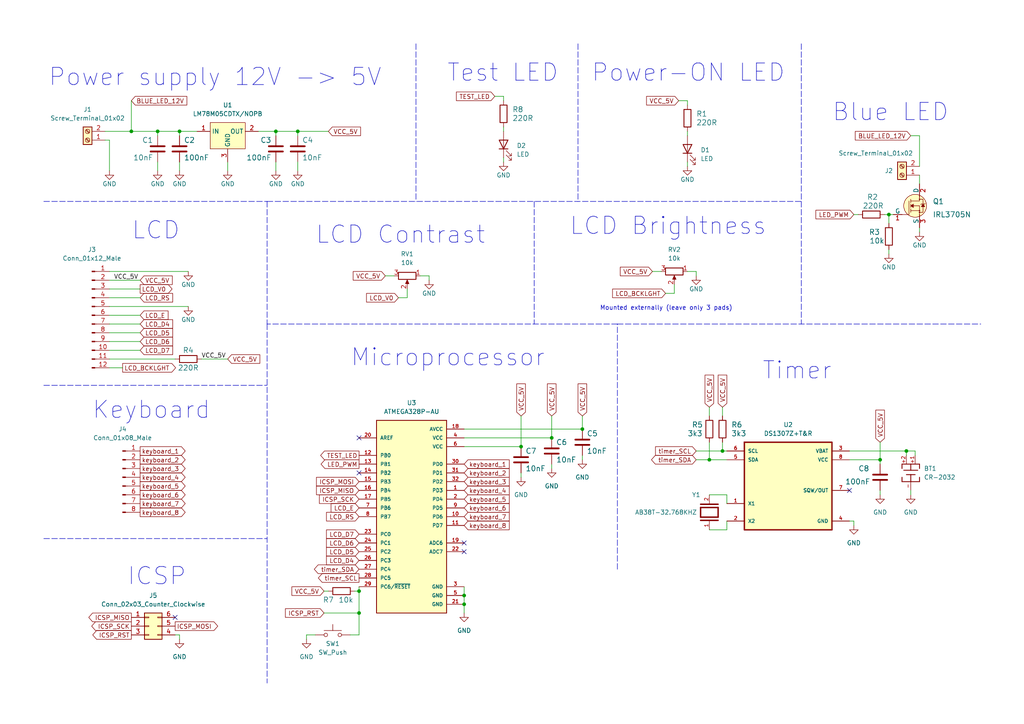
<source format=kicad_sch>
(kicad_sch (version 20250114) (generator "eeschema") (generator_version "9.0")
  (paper "A4")
  (lib_symbols
    (symbol "Connector:Conn_01x08_Male" (pin_names (offset 1.016) (hide yes))
      (property "Reference" "J" (at 0 10.16 0))
      (property "Value" "Conn_01x08_Male" (at 0 -12.7 0))
      (symbol "Conn_01x08_Male_1_1"
        (rectangle (start 0.8636 7.747) (end 0 7.493) (stroke (width 0.1524)) (fill (type outline)))
        (rectangle (start 0.8636 5.207) (end 0 4.953) (stroke (width 0.1524)) (fill (type outline)))
        (rectangle (start 0.8636 2.667) (end 0 2.413) (stroke (width 0.1524)) (fill (type outline)))
        (rectangle (start 0.8636 0.127) (end 0 -0.127) (stroke (width 0.1524)) (fill (type outline)))
        (rectangle (start 0.8636 -2.413) (end 0 -2.667) (stroke (width 0.1524)) (fill (type outline)))
        (rectangle (start 0.8636 -4.953) (end 0 -5.207) (stroke (width 0.1524)) (fill (type outline)))
        (rectangle (start 0.8636 -7.493) (end 0 -7.747) (stroke (width 0.1524)) (fill (type outline)))
        (rectangle (start 0.8636 -10.033) (end 0 -10.287) (stroke (width 0.1524)) (fill (type outline)))
        (polyline (pts (xy 1.27 7.62) (xy 0.8636 7.62)) (stroke (width 0.1524)))
        (polyline (pts (xy 1.27 5.08) (xy 0.8636 5.08)) (stroke (width 0.1524)))
        (polyline (pts (xy 1.27 2.54) (xy 0.8636 2.54)) (stroke (width 0.1524)))
        (polyline (pts (xy 1.27 0) (xy 0.8636 0)) (stroke (width 0.1524)))
        (polyline (pts (xy 1.27 -2.54) (xy 0.8636 -2.54)) (stroke (width 0.1524)))
        (polyline (pts (xy 1.27 -5.08) (xy 0.8636 -5.08)) (stroke (width 0.1524)))
        (polyline (pts (xy 1.27 -7.62) (xy 0.8636 -7.62)) (stroke (width 0.1524)))
        (polyline (pts (xy 1.27 -10.16) (xy 0.8636 -10.16)) (stroke (width 0.1524)))
        (pin passive line (at 5.08 7.62 180) (length 3.81) (name "Pin_1") (number "1"))
        (pin passive line (at 5.08 5.08 180) (length 3.81) (name "Pin_2") (number "2"))
        (pin passive line (at 5.08 2.54 180) (length 3.81) (name "Pin_3") (number "3"))
        (pin passive line (at 5.08 0 180) (length 3.81) (name "Pin_4") (number "4"))
        (pin passive line (at 5.08 -2.54 180) (length 3.81) (name "Pin_5") (number "5"))
        (pin passive line (at 5.08 -5.08 180) (length 3.81) (name "Pin_6") (number "6"))
        (pin passive line (at 5.08 -7.62 180) (length 3.81) (name "Pin_7") (number "7"))
        (pin passive line (at 5.08 -10.16 180) (length 3.81) (name "Pin_8") (number "8"))
      )
    )
    (symbol "Connector:Conn_01x12_Male" (pin_names (offset 1.016) (hide yes))
      (property "Reference" "J" (at 0 15.24 0))
      (property "Value" "Conn_01x12_Male" (at 0 -17.78 0))
      (symbol "Conn_01x12_Male_1_1"
        (rectangle (start 0.8636 12.827) (end 0 12.573) (stroke (width 0.1524)) (fill (type outline)))
        (rectangle (start 0.8636 10.287) (end 0 10.033) (stroke (width 0.1524)) (fill (type outline)))
        (rectangle (start 0.8636 7.747) (end 0 7.493) (stroke (width 0.1524)) (fill (type outline)))
        (rectangle (start 0.8636 5.207) (end 0 4.953) (stroke (width 0.1524)) (fill (type outline)))
        (rectangle (start 0.8636 2.667) (end 0 2.413) (stroke (width 0.1524)) (fill (type outline)))
        (rectangle (start 0.8636 0.127) (end 0 -0.127) (stroke (width 0.1524)) (fill (type outline)))
        (rectangle (start 0.8636 -2.413) (end 0 -2.667) (stroke (width 0.1524)) (fill (type outline)))
        (rectangle (start 0.8636 -4.953) (end 0 -5.207) (stroke (width 0.1524)) (fill (type outline)))
        (rectangle (start 0.8636 -7.493) (end 0 -7.747) (stroke (width 0.1524)) (fill (type outline)))
        (rectangle (start 0.8636 -10.033) (end 0 -10.287) (stroke (width 0.1524)) (fill (type outline)))
        (rectangle (start 0.8636 -12.573) (end 0 -12.827) (stroke (width 0.1524)) (fill (type outline)))
        (rectangle (start 0.8636 -15.113) (end 0 -15.367) (stroke (width 0.1524)) (fill (type outline)))
        (polyline (pts (xy 1.27 12.7) (xy 0.8636 12.7)) (stroke (width 0.1524)))
        (polyline (pts (xy 1.27 10.16) (xy 0.8636 10.16)) (stroke (width 0.1524)))
        (polyline (pts (xy 1.27 7.62) (xy 0.8636 7.62)) (stroke (width 0.1524)))
        (polyline (pts (xy 1.27 5.08) (xy 0.8636 5.08)) (stroke (width 0.1524)))
        (polyline (pts (xy 1.27 2.54) (xy 0.8636 2.54)) (stroke (width 0.1524)))
        (polyline (pts (xy 1.27 0) (xy 0.8636 0)) (stroke (width 0.1524)))
        (polyline (pts (xy 1.27 -2.54) (xy 0.8636 -2.54)) (stroke (width 0.1524)))
        (polyline (pts (xy 1.27 -5.08) (xy 0.8636 -5.08)) (stroke (width 0.1524)))
        (polyline (pts (xy 1.27 -7.62) (xy 0.8636 -7.62)) (stroke (width 0.1524)))
        (polyline (pts (xy 1.27 -10.16) (xy 0.8636 -10.16)) (stroke (width 0.1524)))
        (polyline (pts (xy 1.27 -12.7) (xy 0.8636 -12.7)) (stroke (width 0.1524)))
        (polyline (pts (xy 1.27 -15.24) (xy 0.8636 -15.24)) (stroke (width 0.1524)))
        (pin passive line (at 5.08 12.7 180) (length 3.81) (name "Pin_1") (number "1"))
        (pin passive line (at 5.08 10.16 180) (length 3.81) (name "Pin_2") (number "2"))
        (pin passive line (at 5.08 7.62 180) (length 3.81) (name "Pin_3") (number "3"))
        (pin passive line (at 5.08 5.08 180) (length 3.81) (name "Pin_4") (number "4"))
        (pin passive line (at 5.08 2.54 180) (length 3.81) (name "Pin_5") (number "5"))
        (pin passive line (at 5.08 0 180) (length 3.81) (name "Pin_6") (number "6"))
        (pin passive line (at 5.08 -2.54 180) (length 3.81) (name "Pin_7") (number "7"))
        (pin passive line (at 5.08 -5.08 180) (length 3.81) (name "Pin_8") (number "8"))
        (pin passive line (at 5.08 -7.62 180) (length 3.81) (name "Pin_9") (number "9"))
        (pin passive line (at 5.08 -10.16 180) (length 3.81) (name "Pin_10") (number "10"))
        (pin passive line (at 5.08 -12.7 180) (length 3.81) (name "Pin_11") (number "11"))
        (pin passive line (at 5.08 -15.24 180) (length 3.81) (name "Pin_12") (number "12"))
      )
    )
    (symbol "Connector:Screw_Terminal_01x02" (pin_names (offset 1.016) (hide yes))
      (property "Reference" "J" (at 0 2.54 0))
      (property "Value" "Screw_Terminal_01x02" (at 0 -5.08 0))
      (symbol "Screw_Terminal_01x02_1_1"
        (rectangle (start -1.27 1.27) (end 1.27 -3.81) (stroke (width 0.254)) (fill (type background)))
        (polyline (pts (xy -0.5334 0.3302) (xy 0.3302 -0.508)) (stroke (width 0.1524)))
        (polyline (pts (xy -0.5334 -2.2098) (xy 0.3302 -3.048)) (stroke (width 0.1524)))
        (polyline (pts (xy -0.3556 0.508) (xy 0.508 -0.3302)) (stroke (width 0.1524)))
        (polyline (pts (xy -0.3556 -2.032) (xy 0.508 -2.8702)) (stroke (width 0.1524)))
        (circle (center 0 0) (radius 0.635) (stroke (width 0.1524)))
        (circle (center 0 -2.54) (radius 0.635) (stroke (width 0.1524)))
        (pin passive line (at -5.08 0 0) (length 3.81) (name "Pin_1") (number "1"))
        (pin passive line (at -5.08 -2.54 0) (length 3.81) (name "Pin_2") (number "2"))
      )
    )
    (symbol "Connector_Generic:Conn_02x03_Counter_Clockwise" (pin_names (offset 1.016) (hide yes))
      (property "Reference" "J" (at 1.27 5.08 0))
      (property "Value" "Conn_02x03_Counter_Clockwise" (at 1.27 -5.08 0))
      (symbol "Conn_02x03_Counter_Clockwise_1_1"
        (rectangle (start -1.27 3.81) (end 3.81 -3.81) (stroke (width 0.254)) (fill (type background)))
        (rectangle (start -1.27 2.667) (end 0 2.413) (stroke (width 0.1524)))
        (rectangle (start -1.27 0.127) (end 0 -0.127) (stroke (width 0.1524)))
        (rectangle (start -1.27 -2.413) (end 0 -2.667) (stroke (width 0.1524)))
        (rectangle (start 3.81 2.667) (end 2.54 2.413) (stroke (width 0.1524)))
        (rectangle (start 3.81 0.127) (end 2.54 -0.127) (stroke (width 0.1524)))
        (rectangle (start 3.81 -2.413) (end 2.54 -2.667) (stroke (width 0.1524)))
        (pin passive line (at -5.08 2.54 0) (length 3.81) (name "Pin_1") (number "1"))
        (pin passive line (at -5.08 0 0) (length 3.81) (name "Pin_2") (number "2"))
        (pin passive line (at -5.08 -2.54 0) (length 3.81) (name "Pin_3") (number "3"))
        (pin passive line (at 7.62 2.54 180) (length 3.81) (name "Pin_6") (number "6"))
        (pin passive line (at 7.62 0 180) (length 3.81) (name "Pin_5") (number "5"))
        (pin passive line (at 7.62 -2.54 180) (length 3.81) (name "Pin_4") (number "4"))
      )
    )
    (symbol "Device:LED" (pin_numbers (hide yes)) (pin_names (offset 1.016) (hide yes))
      (property "Reference" "D" (at 0 2.54 0))
      (property "Value" "LED" (at 0 -2.54 0))
      (symbol "LED_0_1"
        (polyline (pts (xy -3.048 -0.762) (xy -4.572 -2.286) (xy -3.81 -2.286) (xy -4.572 -2.286) (xy -4.572 -1.524)))
        (polyline (pts (xy -1.778 -0.762) (xy -3.302 -2.286) (xy -2.54 -2.286) (xy -3.302 -2.286) (xy -3.302 -1.524)))
        (polyline (pts (xy -1.27 0) (xy 1.27 0)))
        (polyline (pts (xy -1.27 -1.27) (xy -1.27 1.27)) (stroke (width 0.254)))
        (polyline (pts (xy 1.27 -1.27) (xy 1.27 1.27) (xy -1.27 0) (xy 1.27 -1.27)) (stroke (width 0.254)))
      )
      (symbol "LED_1_1"
        (pin passive line (at -3.81 0 0) (length 2.54) (name "K") (number "1"))
        (pin passive line (at 3.81 0 180) (length 2.54) (name "A") (number "2"))
      )
    )
    (symbol "Device:R_Potentiometer" (pin_names (offset 1.016) (hide yes))
      (property "Reference" "RV" (at -4.445 0 90))
      (property "Value" "R_Potentiometer" (at -2.54 0 90))
      (symbol "R_Potentiometer_0_1"
        (rectangle (start 1.016 2.54) (end -1.016 -2.54) (stroke (width 0.254)))
        (polyline (pts (xy 1.143 0) (xy 2.286 0.508) (xy 2.286 -0.508) (xy 1.143 0)) (fill (type outline)))
        (polyline (pts (xy 2.54 0) (xy 1.524 0)))
      )
      (symbol "R_Potentiometer_1_1"
        (pin passive line (at 0 3.81 270) (length 1.27) (name "1") (number "1"))
        (pin passive line (at 0 -3.81 90) (length 1.27) (name "3") (number "3"))
        (pin passive line (at 3.81 0 180) (length 1.27) (name "2") (number "2"))
      )
    )
    (symbol "Switch:SW_Push" (pin_numbers (hide yes)) (pin_names (offset 1.016) (hide yes))
      (property "Reference" "SW" (at 1.27 2.54 0))
      (property "Value" "SW_Push" (at 0 -1.524 0))
      (symbol "SW_Push_0_1"
        (circle (center -2.032 0) (radius 0.508))
        (polyline (pts (xy 0 1.27) (xy 0 3.048)))
        (circle (center 2.032 0) (radius 0.508))
        (polyline (pts (xy 2.54 1.27) (xy -2.54 1.27)))
        (pin passive line (at -5.08 0 0) (length 2.54) (name "1") (number "1"))
        (pin passive line (at 5.08 0 180) (length 2.54) (name "2") (number "2"))
      )
    )
    (symbol "iridiumAVR:ATMEGA328P-AU" (pin_names (offset 1.016))
      (property "Reference" "U" (at -10.1755 29.2546 0))
      (property "Value" "ATMEGA328P-AU" (at -10.1669 -31.7714 0))
      (symbol "ATMEGA328P-AU_0_0"
        (rectangle (start -10.16 -27.94) (end 10.16 27.94) (stroke (width 0.254)) (fill (type background)))
        (pin input line (at -15.24 22.86 0) (length 5.08) (name "AREF") (number "20"))
        (pin bidirectional line (at -15.24 17.78 0) (length 5.08) (name "PB0") (number "12"))
        (pin bidirectional line (at -15.24 15.24 0) (length 5.08) (name "PB1") (number "13"))
        (pin bidirectional line (at -15.24 12.7 0) (length 5.08) (name "PB2") (number "14"))
        (pin bidirectional line (at -15.24 10.16 0) (length 5.08) (name "PB3") (number "15"))
        (pin bidirectional line (at -15.24 7.62 0) (length 5.08) (name "PB4") (number "16"))
        (pin bidirectional line (at -15.24 5.08 0) (length 5.08) (name "PB5") (number "17"))
        (pin bidirectional line (at -15.24 2.54 0) (length 5.08) (name "PB6") (number "7"))
        (pin bidirectional line (at -15.24 0 0) (length 5.08) (name "PB7") (number "8"))
        (pin bidirectional line (at -15.24 -5.08 0) (length 5.08) (name "PC0") (number "23"))
        (pin bidirectional line (at -15.24 -7.62 0) (length 5.08) (name "PC1") (number "24"))
        (pin bidirectional line (at -15.24 -10.16 0) (length 5.08) (name "PC2") (number "25"))
        (pin bidirectional line (at -15.24 -12.7 0) (length 5.08) (name "PC3") (number "26"))
        (pin bidirectional line (at -15.24 -15.24 0) (length 5.08) (name "PC4") (number "27"))
        (pin bidirectional line (at -15.24 -17.78 0) (length 5.08) (name "PC5") (number "28"))
        (pin bidirectional line (at -15.24 -20.32 0) (length 5.08) (name "PC6/~{RESET}") (number "29"))
        (pin power_in line (at 15.24 25.4 180) (length 5.08) (name "AVCC") (number "18"))
        (pin power_in line (at 15.24 22.86 180) (length 5.08) (name "VCC") (number "4"))
        (pin power_in line (at 15.24 20.32 180) (length 5.08) (name "VCC") (number "6"))
        (pin bidirectional line (at 15.24 15.24 180) (length 5.08) (name "PD0") (number "30"))
        (pin bidirectional line (at 15.24 12.7 180) (length 5.08) (name "PD1") (number "31"))
        (pin bidirectional line (at 15.24 10.16 180) (length 5.08) (name "PD2") (number "32"))
        (pin bidirectional line (at 15.24 7.62 180) (length 5.08) (name "PD3") (number "1"))
        (pin bidirectional line (at 15.24 5.08 180) (length 5.08) (name "PD4") (number "2"))
        (pin bidirectional line (at 15.24 2.54 180) (length 5.08) (name "PD5") (number "9"))
        (pin bidirectional line (at 15.24 0 180) (length 5.08) (name "PD6") (number "10"))
        (pin bidirectional line (at 15.24 -2.54 180) (length 5.08) (name "PD7") (number "11"))
        (pin bidirectional line (at 15.24 -7.62 180) (length 5.08) (name "ADC6") (number "19"))
        (pin bidirectional line (at 15.24 -10.16 180) (length 5.08) (name "ADC7") (number "22"))
        (pin power_in line (at 15.24 -20.32 180) (length 5.08) (name "GND") (number "3"))
        (pin power_in line (at 15.24 -22.86 180) (length 5.08) (name "GND") (number "5"))
        (pin power_in line (at 15.24 -25.4 180) (length 5.08) (name "GND") (number "21"))
      )
    )
    (symbol "iridiumCapacitorsSMD:C_0402" (pin_names (offset 0))
      (property "Reference" "C" (at -1.397 3.429 0))
      (property "Value" "C_0402" (at 0 -3.81 0))
      (symbol "C_0402_1_1"
        (polyline (pts (xy -2.032 0.762) (xy 2.032 0.762)) (stroke (width 0.508)))
        (polyline (pts (xy -2.032 -0.762) (xy 2.032 -0.762)) (stroke (width 0.508)))
        (pin passive line (at 0 3.81 270) (length 2.794) (name "~") (number "1"))
        (pin passive line (at 0 -3.81 90) (length 2.794) (name "~") (number "2"))
      )
    )
    (symbol "iridiumLinearVoltageRegulators:LM78M05CDTX/NOPB"
      (property "Reference" "U" (at 0 7.62 0))
      (property "Value" "LM78M05CDTX{slash}NOPB" (at 0 5.08 0))
      (symbol "LM78M05CDTX/NOPB_0_1"
        (rectangle (start -5.08 3.81) (end 5.08 -3.81) (fill (type background)))
      )
      (symbol "LM78M05CDTX/NOPB_1_1"
        (pin input line (at -8.89 1.27 0) (length 3.81) (name "IN") (number "1"))
        (pin input line (at 0 -7.62 90) (length 3.81) (name "GND") (number "3"))
        (pin output line (at 8.89 1.27 180) (length 3.81) (name "OUT") (number "2"))
      )
    )
    (symbol "iridiumOscillators:AB38T-32.768KHZ" (pin_names (offset 1.016))
      (property "Reference" "Y" (at -5.0878 3.8159 0))
      (property "Value" "AB38T-32.768KHZ" (at -7.62 -5.08 0))
      (symbol "AB38T-32.768KHZ_0_0"
        (polyline (pts (xy -2.3368 2.54) (xy -2.3368 -2.54)) (stroke (width 0.4064)))
        (polyline (pts (xy -1.397 2.54) (xy -1.397 -2.54)) (stroke (width 0.4064)))
        (polyline (pts (xy -1.397 2.54) (xy 1.397 2.54)) (stroke (width 0.4064)))
        (polyline (pts (xy 1.397 2.54) (xy 1.397 -2.54)) (stroke (width 0.4064)))
        (polyline (pts (xy 1.397 -2.54) (xy -1.397 -2.54)) (stroke (width 0.4064)))
        (polyline (pts (xy 2.3368 2.54) (xy 2.3368 -2.54)) (stroke (width 0.4064)))
        (pin passive line (at -5.08 0 0) (length 2.54) (name "~") (number "1"))
        (pin passive line (at 5.08 0 180) (length 2.54) (name "~") (number "2"))
      )
    )
    (symbol "iridiumPower:CR-2032" (pin_names (offset 1.016))
      (property "Reference" "BT" (at -2.5413 3.3037 0))
      (property "Value" "CR-2032" (at -2.5428 -5.0855 0))
      (symbol "CR-2032_0_0"
        (polyline (pts (xy -2.54 2.54) (xy -2.54 0)) (stroke (width 0.254)))
        (polyline (pts (xy -2.54 0) (xy -2.54 -2.54)) (stroke (width 0.254)))
        (polyline (pts (xy -2.54 0) (xy -0.762 0)) (stroke (width 0.254)))
        (polyline (pts (xy -2.54 -2.54) (xy -1.27 -2.54)) (stroke (width 0.254)))
        (polyline (pts (xy -1.27 2.54) (xy -2.54 2.54)) (stroke (width 0.254)))
        (polyline (pts (xy -0.762 2.032) (xy -0.762 -2.032)) (stroke (width 0.254)))
        (polyline (pts (xy 0.508 1.27) (xy 0.508 0)) (stroke (width 0.254)))
        (polyline (pts (xy 0.508 0) (xy 0.508 -1.27)) (stroke (width 0.254)))
        (polyline (pts (xy 0.508 0) (xy 2.54 0)) (stroke (width 0.254)))
        (polyline (pts (xy 1.27 2.54) (xy 2.54 2.54)) (stroke (width 0.254)))
        (polyline (pts (xy 2.54 2.54) (xy 2.54 0)) (stroke (width 0.254)))
        (polyline (pts (xy 2.54 0) (xy 2.54 -2.54)) (stroke (width 0.254)))
        (polyline (pts (xy 2.54 -2.54) (xy 1.27 -2.54)) (stroke (width 0.254)))
        (pin passive line (at -5.08 1.27 0) (length 2.54) (name "~") (number "+1"))
        (pin passive line (at -5.08 -1.27 0) (length 2.54) (name "~") (number "+2"))
        (pin passive line (at 5.08 0 180) (length 2.54) (name "~") (number "-"))
      )
    )
    (symbol "iridiumResistorsSMD:R_0402" (pin_names (offset 0))
      (property "Reference" "R" (at -1.397 3.429 0))
      (property "Value" "R_0402" (at 0 -3.81 0))
      (symbol "R_0402_1_1"
        (rectangle (start 2.54 -1.016) (end -2.54 1.016) (stroke (width 0.254)))
        (pin passive line (at -3.81 0 0) (length 1.27) (name "~") (number "1"))
        (pin passive line (at 3.81 0 180) (length 1.27) (name "~") (number "2"))
      )
    )
    (symbol "iridiumSensors:DS1307Z+T&R" (pin_names (offset 1.016))
      (property "Reference" "U" (at -12.7 13.7 0))
      (property "Value" "DS1307Z+T&R" (at -12.7 -16.7 0))
      (symbol "DS1307Z+T&R_0_0"
        (rectangle (start -12.7 -12.7) (end 12.7 12.7) (stroke (width 0.41)) (fill (type background)))
        (pin input line (at -17.78 10.16 0) (length 5.08) (name "SCL") (number "6"))
        (pin bidirectional line (at -17.78 7.62 0) (length 5.08) (name "SDA") (number "5"))
        (pin input line (at -17.78 -5.08 0) (length 5.08) (name "X1") (number "1"))
        (pin output line (at -17.78 -10.16 0) (length 5.08) (name "X2") (number "2"))
        (pin power_in line (at 17.78 10.16 180) (length 5.08) (name "VBAT") (number "3"))
        (pin power_in line (at 17.78 7.62 180) (length 5.08) (name "VCC") (number "8"))
        (pin output line (at 17.78 -1.27 180) (length 5.08) (name "SQW/OUT") (number "7"))
        (pin power_in line (at 17.78 -10.16 180) (length 5.08) (name "GND") (number "4"))
      )
    )
    (symbol "iridiumTransistorsMOSFETs:IRL3705N" (pin_names (offset 0))
      (property "Reference" "Q" (at -2.6924 3.6322 0))
      (property "Value" "IRL3705N" (at 3.4544 0 90))
      (symbol "IRL3705N_0_1"
        (polyline (pts (xy -5.08 -2.54) (xy -3.048 -2.54) (xy -3.048 1.397)))
        (circle (center -1.27 0) (radius 3.302) (fill (type background)))
        (polyline (pts (xy -0.127 -1.905) (xy 1.016 -1.905) (xy 1.016 1.397) (xy 1.016 1.905) (xy -0.127 1.905)))
        (polyline (pts (xy 0 2.54) (xy 0 1.397) (xy -2.54 1.397)))
        (circle (center 0 1.905) (radius 0.127))
        (polyline (pts (xy 0 -1.397) (xy -2.54 -1.397)))
        (circle (center 0 -1.397) (radius 0.127))
        (circle (center 0 -1.905) (radius 0.127))
        (polyline (pts (xy 0 -2.54) (xy 0 0) (xy -2.54 0)))
        (polyline (pts (xy 0.508 0.508) (xy 0.3556 0.3556)))
        (polyline (pts (xy 1.524 0.508) (xy 1.6764 0.6604)))
      )
      (symbol "IRL3705N_1_1"
        (polyline (pts (xy -2.54 1.905) (xy -2.54 0.889)))
        (polyline (pts (xy -2.54 0) (xy -2.54 0.508)))
        (polyline (pts (xy -2.54 0) (xy -2.54 -0.508)))
        (polyline (pts (xy -2.54 0) (xy -1.778 0.508) (xy -1.778 -0.508) (xy -2.54 0)) (fill (type outline)))
        (polyline (pts (xy -2.54 -1.397) (xy -2.54 -0.889)))
        (polyline (pts (xy -2.54 -1.397) (xy -2.54 -1.905)))
        (polyline (pts (xy 1.016 0.508) (xy 0.508 -0.254) (xy 1.524 -0.254) (xy 1.016 0.508)) (fill (type outline)))
        (polyline (pts (xy 1.524 0.508) (xy 0.508 0.508)))
        (pin bidirectional line (at -7.62 -2.54 0) (length 2.54) (name "G") (number "1"))
        (pin bidirectional line (at 0 6.35 270) (length 3.81) (name "D") (number "2"))
        (pin bidirectional line (at 0 -6.35 90) (length 3.81) (name "S") (number "3"))
      )
    )
    (symbol "power:GND" (power) (pin_names (offset 0))
      (property "Value" "GND" (at 0 -3.81 0))
      (symbol "GND_0_1"
        (polyline (pts (xy 0 0) (xy 0 -1.27) (xy 1.27 -1.27) (xy 0 -2.54) (xy -1.27 -1.27) (xy 0 -1.27)))
      )
      (symbol "GND_1_1"
        (pin power_in line (at 0 0 270) (length 0) (hide yes) (name "GND") (number "1"))
      )
    )
  )
  (text "LCD Brightness" (at 165.1 68.58 0) (effects (font (size 5 5)) (justify left bottom)))
  (text "Timer" (at 220.98 110.49 0) (effects (font (size 5 5)) (justify left bottom)))
  (text "Keyboard" (at 26.67 121.92 0) (effects (font (size 5 5)) (justify left bottom)))
  (text "LCD" (at 38.1 69.85 0) (effects (font (size 5 5)) (justify left bottom)))
  (text "LCD Contrast" (at 91.44 71.12 0) (effects (font (size 5 5)) (justify left bottom)))
  (text "ICSP" (at 36.83 170.18 0) (effects (font (size 5 5)) (justify left bottom)))
  (text "Test LED" (at 129.54 24.13 0) (effects (font (size 5 5)) (justify left bottom)))
  (text "Power supply 12V -> 5V" (at 13.97 25.4 0) (effects (font (size 5 5)) (justify left bottom)))
  (text "Power-ON LED" (at 171.45 24.13 0) (effects (font (size 5 5)) (justify left bottom)))
  (text "Microprocessor" (at 101.6 106.68 0) (effects (font (size 5 5)) (justify left bottom)))
  (text "Blue LED" (at 241.3 35.56 0) (effects (font (size 5 5)) (justify left bottom)))
  (text "Mounted externally (leave only 3 pads)" (at 173.99 90.17 0) (effects (font (size 1.27 1.27)) (justify left bottom)))
  (junction (at 209.55 130.81))
  (junction (at 151.13 129.54))
  (junction (at 257.81 62.23))
  (junction (at 160.02 127))
  (junction (at 45.72 38.1))
  (junction (at 134.62 172.72))
  (junction (at 86.36 38.1))
  (junction (at 38.1 38.1))
  (junction (at 262.89 130.81))
  (junction (at 104.14 171.45))
  (junction (at 255.27 133.35))
  (junction (at 205.74 133.35))
  (junction (at 168.91 124.46))
  (junction (at 80.01 38.1))
  (junction (at 52.07 38.1))
  (junction (at 134.62 175.26))
  (junction (at 104.14 177.8))
  (no_connect (at 104.14 127))
  (no_connect (at 246.38 142.24))
  (no_connect (at 50.8 179.07))
  (no_connect (at 134.62 160.02))
  (no_connect (at 134.62 157.48))
  (no_connect (at 104.14 137.16))
  (wire (pts (xy 31.75 40.64) (xy 31.75 49.53)))
  (wire (pts (xy 31.75 104.14) (xy 50.8 104.14)))
  (wire (pts (xy 134.62 170.18) (xy 134.62 172.72)))
  (wire (pts (xy 104.14 177.8) (xy 104.14 184.15)))
  (wire (pts (xy 146.05 36.83) (xy 146.05 38.1)))
  (wire (pts (xy 102.87 171.45) (xy 104.14 171.45)))
  (wire (pts (xy 118.11 86.36) (xy 115.57 86.36)))
  (wire (pts (xy 199.39 78.74) (xy 201.93 78.74)))
  (wire (pts (xy 52.07 38.1) (xy 57.15 38.1)))
  (wire (pts (xy 58.42 104.14) (xy 66.04 104.14)))
  (wire (pts (xy 264.16 39.37) (xy 266.7 39.37)))
  (wire (pts (xy 104.14 170.18) (xy 104.14 171.45)))
  (wire (pts (xy 266.7 66.04) (xy 266.7 67.31)))
  (wire (pts (xy 134.62 175.26) (xy 134.62 177.8)))
  (wire (pts (xy 257.81 62.23) (xy 259.08 62.23)))
  (wire (pts (xy 146.05 27.94) (xy 146.05 29.21)))
  (wire (pts (xy 80.01 38.1) (xy 86.36 38.1)))
  (wire (pts (xy 31.75 86.36) (xy 40.64 86.36)))
  (wire (pts (xy 30.48 38.1) (xy 38.1 38.1)))
  (wire (pts (xy 247.65 62.23) (xy 248.92 62.23)))
  (wire (pts (xy 168.91 120.65) (xy 168.91 124.46)))
  (wire (pts (xy 209.55 128.27) (xy 209.55 130.81)))
  (wire (pts (xy 104.14 171.45) (xy 104.14 177.8)))
  (wire (pts (xy 246.38 130.81) (xy 262.89 130.81)))
  (wire (pts (xy 195.58 85.09) (xy 193.04 85.09)))
  (wire (pts (xy 31.75 88.9) (xy 54.61 88.9)))
  (wire (pts (xy 31.75 81.28) (xy 40.64 81.28)))
  (wire (pts (xy 45.72 38.1) (xy 45.72 39.37)))
  (wire (pts (xy 80.01 38.1) (xy 80.01 39.37)))
  (wire (pts (xy 31.75 78.74) (xy 54.61 78.74)))
  (polyline (pts (xy 12.7 58.42) (xy 77.47 58.42)) (stroke (width 0) (type dash)))
  (wire (pts (xy 201.93 78.74) (xy 201.93 80.01)))
  (wire (pts (xy 151.13 120.65) (xy 151.13 129.54)))
  (polyline (pts (xy 154.94 58.42) (xy 154.94 93.98)) (stroke (width 0) (type dash)))
  (wire (pts (xy 124.46 80.01) (xy 124.46 81.28)))
  (wire (pts (xy 134.62 124.46) (xy 168.91 124.46)))
  (wire (pts (xy 52.07 46.99) (xy 52.07 49.53)))
  (wire (pts (xy 195.58 82.55) (xy 195.58 85.09)))
  (wire (pts (xy 86.36 46.99) (xy 86.36 49.53)))
  (wire (pts (xy 104.14 184.15) (xy 101.6 184.15)))
  (wire (pts (xy 50.8 184.15) (xy 52.07 184.15)))
  (wire (pts (xy 247.65 151.13) (xy 247.65 152.4)))
  (polyline (pts (xy 120.65 12.7) (xy 120.65 58.42)) (stroke (width 0) (type dash)))
  (wire (pts (xy 255.27 133.35) (xy 255.27 134.62)))
  (wire (pts (xy 134.62 172.72) (xy 134.62 175.26)))
  (wire (pts (xy 121.92 80.01) (xy 124.46 80.01)))
  (wire (pts (xy 31.75 101.6) (xy 40.64 101.6)))
  (wire (pts (xy 210.82 153.67) (xy 205.74 153.67)))
  (wire (pts (xy 199.39 46.99) (xy 199.39 48.26)))
  (wire (pts (xy 91.44 184.15) (xy 88.9 184.15)))
  (wire (pts (xy 205.74 133.35) (xy 210.82 133.35)))
  (wire (pts (xy 93.98 171.45) (xy 95.25 171.45)))
  (wire (pts (xy 151.13 137.16) (xy 151.13 138.43)))
  (wire (pts (xy 45.72 46.99) (xy 45.72 49.53)))
  (wire (pts (xy 210.82 146.05) (xy 210.82 143.51)))
  (wire (pts (xy 209.55 130.81) (xy 210.82 130.81)))
  (wire (pts (xy 205.74 128.27) (xy 205.74 133.35)))
  (wire (pts (xy 45.72 38.1) (xy 52.07 38.1)))
  (wire (pts (xy 66.04 46.99) (xy 66.04 49.53)))
  (wire (pts (xy 52.07 184.15) (xy 52.07 185.42)))
  (polyline (pts (xy 179.07 93.98) (xy 284.48 93.98)) (stroke (width 0) (type dash)))
  (wire (pts (xy 38.1 38.1) (xy 45.72 38.1)))
  (wire (pts (xy 201.93 130.81) (xy 209.55 130.81)))
  (wire (pts (xy 210.82 151.13) (xy 210.82 153.67)))
  (wire (pts (xy 143.51 27.94) (xy 146.05 27.94)))
  (wire (pts (xy 189.23 78.74) (xy 191.77 78.74)))
  (wire (pts (xy 86.36 38.1) (xy 86.36 39.37)))
  (polyline (pts (xy 232.41 12.7) (xy 232.41 93.98)) (stroke (width 0) (type dash)))
  (wire (pts (xy 209.55 118.11) (xy 209.55 120.65)))
  (wire (pts (xy 134.62 127) (xy 160.02 127)))
  (polyline (pts (xy 12.7 156.21) (xy 77.47 156.21)) (stroke (width 0) (type dash)))
  (polyline (pts (xy 179.07 165.1) (xy 179.07 93.98)) (stroke (width 0) (type dash)))
  (wire (pts (xy 74.93 38.1) (xy 80.01 38.1)))
  (wire (pts (xy 256.54 62.23) (xy 257.81 62.23)))
  (wire (pts (xy 199.39 38.1) (xy 199.39 39.37)))
  (wire (pts (xy 257.81 72.39) (xy 257.81 73.66)))
  (wire (pts (xy 196.85 29.21) (xy 199.39 29.21)))
  (wire (pts (xy 86.36 38.1) (xy 95.25 38.1)))
  (polyline (pts (xy 12.7 111.76) (xy 77.47 111.76)) (stroke (width 0) (type dash)))
  (wire (pts (xy 168.91 132.08) (xy 168.91 133.35)))
  (wire (pts (xy 30.48 40.64) (xy 31.75 40.64)))
  (wire (pts (xy 134.62 129.54) (xy 151.13 129.54)))
  (wire (pts (xy 210.82 143.51) (xy 205.74 143.51)))
  (wire (pts (xy 118.11 83.82) (xy 118.11 86.36)))
  (wire (pts (xy 257.81 62.23) (xy 257.81 64.77)))
  (wire (pts (xy 201.93 133.35) (xy 205.74 133.35)))
  (wire (pts (xy 246.38 151.13) (xy 247.65 151.13)))
  (wire (pts (xy 31.75 83.82) (xy 40.64 83.82)))
  (wire (pts (xy 80.01 46.99) (xy 80.01 49.53)))
  (wire (pts (xy 31.75 106.68) (xy 35.56 106.68)))
  (polyline (pts (xy 77.47 58.42) (xy 77.47 93.98)) (stroke (width 0) (type dash)))
  (wire (pts (xy 255.27 142.24) (xy 255.27 143.51)))
  (polyline (pts (xy 77.47 58.42) (xy 232.41 58.42)) (stroke (width 0) (type dash)))
  (wire (pts (xy 88.9 184.15) (xy 88.9 185.42)))
  (wire (pts (xy 199.39 29.21) (xy 199.39 30.48)))
  (polyline (pts (xy 167.64 12.7) (xy 167.64 58.42)) (stroke (width 0) (type dash)))
  (wire (pts (xy 262.89 130.81) (xy 265.43 130.81)))
  (wire (pts (xy 31.75 93.98) (xy 40.64 93.98)))
  (wire (pts (xy 93.98 177.8) (xy 104.14 177.8)))
  (wire (pts (xy 31.75 99.06) (xy 40.64 99.06)))
  (wire (pts (xy 255.27 133.35) (xy 255.27 128.27)))
  (polyline (pts (xy 77.47 93.98) (xy 77.47 198.12)) (stroke (width 0) (type dash)))
  (wire (pts (xy 262.89 130.81) (xy 262.89 132.08)))
  (wire (pts (xy 160.02 120.65) (xy 160.02 127)))
  (wire (pts (xy 266.7 39.37) (xy 266.7 48.26)))
  (wire (pts (xy 38.1 29.21) (xy 38.1 38.1)))
  (wire (pts (xy 266.7 50.8) (xy 266.7 53.34)))
  (wire (pts (xy 52.07 38.1) (xy 52.07 39.37)))
  (wire (pts (xy 146.05 45.72) (xy 146.05 46.99)))
  (wire (pts (xy 31.75 96.52) (xy 40.64 96.52)))
  (wire (pts (xy 111.76 80.01) (xy 114.3 80.01)))
  (wire (pts (xy 160.02 134.62) (xy 160.02 135.89)))
  (wire (pts (xy 246.38 133.35) (xy 255.27 133.35)))
  (wire (pts (xy 265.43 130.81) (xy 265.43 132.08)))
  (wire (pts (xy 205.74 118.11) (xy 205.74 120.65)))
  (wire (pts (xy 31.75 91.44) (xy 40.64 91.44)))
  (polyline (pts (xy 179.07 93.98) (xy 77.47 93.98)) (stroke (width 0) (type dash)))
  (wire (pts (xy 264.16 142.24) (xy 264.16 143.51)))
  (label "VCC_5V" (at 33.02 81.28 0))
  (label "VCC_5V" (at 58.42 104.14 0))
  (global_label "BLUE_LED_12V" (shape input) (at 264.16 39.37 180) (property "Intersheetrefs" "${INTERSHEET_REFS}" (effects (hide yes))))
  (global_label "LCD_BCKLGHT" (shape input) (at 193.04 85.09 180) (property "Intersheetrefs" "${INTERSHEET_REFS}" (effects (hide yes))))
  (global_label "keyboard_4" (shape input) (at 134.62 142.24 0) (property "Intersheetrefs" "${INTERSHEET_REFS}" (effects (hide yes))))
  (global_label "keyboard_3" (shape input) (at 134.62 139.7 0) (property "Intersheetrefs" "${INTERSHEET_REFS}" (effects (hide yes))))
  (global_label "VCC_5V" (shape input) (at 93.98 171.45 180) (property "Intersheetrefs" "${INTERSHEET_REFS}" (effects (hide yes))))
  (global_label "keyboard_7" (shape input) (at 134.62 149.86 0) (property "Intersheetrefs" "${INTERSHEET_REFS}" (effects (hide yes))))
  (global_label "LCD_D6" (shape input) (at 40.64 99.06 0) (property "Intersheetrefs" "${INTERSHEET_REFS}" (effects (hide yes))))
  (global_label "ICSP_RST" (shape output) (at 38.1 184.15 180) (property "Intersheetrefs" "${INTERSHEET_REFS}" (effects (hide yes))))
  (global_label "timer_SDA" (shape bidirectional) (at 201.93 133.35 180) (property "Intersheetrefs" "${INTERSHEET_REFS}" (effects (hide yes))))
  (global_label "LCD_E" (shape input) (at 40.64 91.44 0) (property "Intersheetrefs" "${INTERSHEET_REFS}" (effects (hide yes))))
  (global_label "keyboard_4" (shape output) (at 40.64 138.43 0) (property "Intersheetrefs" "${INTERSHEET_REFS}" (effects (hide yes))))
  (global_label "VCC_5V" (shape input) (at 160.02 120.65 90) (property "Intersheetrefs" "${INTERSHEET_REFS}" (effects (hide yes))))
  (global_label "keyboard_5" (shape input) (at 134.62 144.78 0) (property "Intersheetrefs" "${INTERSHEET_REFS}" (effects (hide yes))))
  (global_label "VCC_5V" (shape input) (at 255.27 128.27 90) (property "Intersheetrefs" "${INTERSHEET_REFS}" (effects (hide yes))))
  (global_label "LCD_BCKLGHT" (shape output) (at 35.56 106.68 0) (property "Intersheetrefs" "${INTERSHEET_REFS}" (effects (hide yes))))
  (global_label "LCD_D5" (shape input) (at 40.64 96.52 0) (property "Intersheetrefs" "${INTERSHEET_REFS}" (effects (hide yes))))
  (global_label "LED_PWM" (shape input) (at 247.65 62.23 180) (property "Intersheetrefs" "${INTERSHEET_REFS}" (effects (hide yes))))
  (global_label "timer_SCL" (shape output) (at 104.14 167.64 180) (property "Intersheetrefs" "${INTERSHEET_REFS}" (effects (hide yes))))
  (global_label "keyboard_1" (shape input) (at 134.62 134.62 0) (property "Intersheetrefs" "${INTERSHEET_REFS}" (effects (hide yes))))
  (global_label "VCC_5V" (shape input) (at 40.64 81.28 0) (property "Intersheetrefs" "${INTERSHEET_REFS}" (effects (hide yes))))
  (global_label "keyboard_8" (shape output) (at 40.64 148.59 0) (property "Intersheetrefs" "${INTERSHEET_REFS}" (effects (hide yes))))
  (global_label "keyboard_8" (shape input) (at 134.62 152.4 0) (property "Intersheetrefs" "${INTERSHEET_REFS}" (effects (hide yes))))
  (global_label "keyboard_3" (shape output) (at 40.64 135.89 0) (property "Intersheetrefs" "${INTERSHEET_REFS}" (effects (hide yes))))
  (global_label "VCC_5V" (shape input) (at 111.76 80.01 180) (property "Intersheetrefs" "${INTERSHEET_REFS}" (effects (hide yes))))
  (global_label "ICSP_MISO" (shape output) (at 38.1 179.07 180) (property "Intersheetrefs" "${INTERSHEET_REFS}" (effects (hide yes))))
  (global_label "keyboard_5" (shape output) (at 40.64 140.97 0) (property "Intersheetrefs" "${INTERSHEET_REFS}" (effects (hide yes))))
  (global_label "LCD_E" (shape input) (at 104.14 147.32 180) (property "Intersheetrefs" "${INTERSHEET_REFS}" (effects (hide yes))))
  (global_label "LCD_V0" (shape input) (at 115.57 86.36 180) (property "Intersheetrefs" "${INTERSHEET_REFS}" (effects (hide yes))))
  (global_label "keyboard_7" (shape output) (at 40.64 146.05 0) (property "Intersheetrefs" "${INTERSHEET_REFS}" (effects (hide yes))))
  (global_label "keyboard_1" (shape output) (at 40.64 130.81 0) (property "Intersheetrefs" "${INTERSHEET_REFS}" (effects (hide yes))))
  (global_label "LCD_D4" (shape input) (at 40.64 93.98 0) (property "Intersheetrefs" "${INTERSHEET_REFS}" (effects (hide yes))))
  (global_label "LCD_V0" (shape output) (at 40.64 83.82 0) (property "Intersheetrefs" "${INTERSHEET_REFS}" (effects (hide yes))))
  (global_label "timer_SDA" (shape bidirectional) (at 104.14 165.1 180) (property "Intersheetrefs" "${INTERSHEET_REFS}" (effects (hide yes))))
  (global_label "VCC_5V" (shape input) (at 66.04 104.14 0) (property "Intersheetrefs" "${INTERSHEET_REFS}" (effects (hide yes))))
  (global_label "keyboard_2" (shape output) (at 40.64 133.35 0) (property "Intersheetrefs" "${INTERSHEET_REFS}" (effects (hide yes))))
  (global_label "keyboard_6" (shape output) (at 40.64 143.51 0) (property "Intersheetrefs" "${INTERSHEET_REFS}" (effects (hide yes))))
  (global_label "BLUE_LED_12V" (shape input) (at 38.1 29.21 0) (property "Intersheetrefs" "${INTERSHEET_REFS}" (effects (hide yes))))
  (global_label "VCC_5V" (shape input) (at 151.13 120.65 90) (property "Intersheetrefs" "${INTERSHEET_REFS}" (effects (hide yes))))
  (global_label "VCC_5V" (shape input) (at 168.91 120.65 90) (property "Intersheetrefs" "${INTERSHEET_REFS}" (effects (hide yes))))
  (global_label "timer_SCL" (shape input) (at 201.93 130.81 180) (property "Intersheetrefs" "${INTERSHEET_REFS}" (effects (hide yes))))
  (global_label "VCC_5V" (shape input) (at 205.74 118.11 90) (property "Intersheetrefs" "${INTERSHEET_REFS}" (effects (hide yes))))
  (global_label "LCD_D6" (shape input) (at 104.14 157.48 180) (property "Intersheetrefs" "${INTERSHEET_REFS}" (effects (hide yes))))
  (global_label "ICSP_MISO" (shape input) (at 104.14 142.24 180) (property "Intersheetrefs" "${INTERSHEET_REFS}" (effects (hide yes))))
  (global_label "VCC_5V" (shape input) (at 209.55 118.11 90) (property "Intersheetrefs" "${INTERSHEET_REFS}" (effects (hide yes))))
  (global_label "ICSP_MOSI" (shape output) (at 50.8 181.61 0) (property "Intersheetrefs" "${INTERSHEET_REFS}" (effects (hide yes))))
  (global_label "ICSP_MOSI" (shape input) (at 104.14 139.7 180) (property "Intersheetrefs" "${INTERSHEET_REFS}" (effects (hide yes))))
  (global_label "VCC_5V" (shape input) (at 189.23 78.74 180) (property "Intersheetrefs" "${INTERSHEET_REFS}" (effects (hide yes))))
  (global_label "LCD_D7" (shape input) (at 104.14 154.94 180) (property "Intersheetrefs" "${INTERSHEET_REFS}" (effects (hide yes))))
  (global_label "ICSP_RST" (shape input) (at 93.98 177.8 180) (property "Intersheetrefs" "${INTERSHEET_REFS}" (effects (hide yes))))
  (global_label "LCD_D5" (shape input) (at 104.14 160.02 180) (property "Intersheetrefs" "${INTERSHEET_REFS}" (effects (hide yes))))
  (global_label "LCD_D4" (shape input) (at 104.14 162.56 180) (property "Intersheetrefs" "${INTERSHEET_REFS}" (effects (hide yes))))
  (global_label "keyboard_6" (shape input) (at 134.62 147.32 0) (property "Intersheetrefs" "${INTERSHEET_REFS}" (effects (hide yes))))
  (global_label "TEST_LED" (shape output) (at 104.14 132.08 180) (property "Intersheetrefs" "${INTERSHEET_REFS}" (effects (hide yes))))
  (global_label "VCC_5V" (shape input) (at 95.25 38.1 0) (property "Intersheetrefs" "${INTERSHEET_REFS}" (effects (hide yes))))
  (global_label "keyboard_2" (shape input) (at 134.62 137.16 0) (property "Intersheetrefs" "${INTERSHEET_REFS}" (effects (hide yes))))
  (global_label "ICSP_SCK" (shape output) (at 38.1 181.61 180) (property "Intersheetrefs" "${INTERSHEET_REFS}" (effects (hide yes))))
  (global_label "LCD_RS" (shape input) (at 40.64 86.36 0) (property "Intersheetrefs" "${INTERSHEET_REFS}" (effects (hide yes))))
  (global_label "TEST_LED" (shape input) (at 143.51 27.94 180) (property "Intersheetrefs" "${INTERSHEET_REFS}" (effects (hide yes))))
  (global_label "LCD_RS" (shape input) (at 104.14 149.86 180) (property "Intersheetrefs" "${INTERSHEET_REFS}" (effects (hide yes))))
  (global_label "LED_PWM" (shape output) (at 104.14 134.62 180) (property "Intersheetrefs" "${INTERSHEET_REFS}" (effects (hide yes))))
  (global_label "ICSP_SCK" (shape input) (at 104.14 144.78 180) (property "Intersheetrefs" "${INTERSHEET_REFS}" (effects (hide yes))))
  (global_label "VCC_5V" (shape input) (at 196.85 29.21 180) (property "Intersheetrefs" "${INTERSHEET_REFS}" (effects (hide yes))))
  (global_label "LCD_D7" (shape input) (at 40.64 101.6 0) (property "Intersheetrefs" "${INTERSHEET_REFS}" (effects (hide yes))))
  (symbol (lib_id "iridiumResistorsSMD:R_0402") (at 257.81 68.58 270) (unit 1)
    (property "Reference" "R3" (at 255.27 67.31 90) (effects (font (size 1.524 1.524)) (justify right)))
    (property "Value" "10k" (at 256.54 69.85 90) (effects (font (size 1.524 1.524)) (justify right)))
    (property "Footprint" "iridium-footprints:0402-res" (effects (hide yes)))
  )
  (symbol (lib_id "iridiumResistorsSMD:R_0402") (at 209.55 124.46 90) (unit 1)
    (property "Reference" "R6" (at 212.09 123.19 90) (effects (font (size 1.524 1.524)) (justify right)))
    (property "Value" "3k3" (at 212.09 125.73 90) (effects (font (size 1.524 1.524)) (justify right)))
    (property "Footprint" "iridium-footprints:0402-res" (effects (hide yes)))
  )
  (symbol (lib_id "power:GND") (at 52.07 49.53 0) (unit 1)
    (property "Reference" "#PWR04" (effects (hide yes)))
    (property "Value" "GND" (at 52.07 53.34 0))
  )
  (symbol (lib_id "power:GND") (at 160.02 135.89 0) (unit 1)
    (property "Reference" "#PWR015" (effects (hide yes)))
    (property "Value" "GND" (at 160.02 140.97 0))
  )
  (symbol (lib_id "iridiumCapacitorsSMD:C_0402") (at 80.01 43.18 0) (mirror y) (unit 1)
    (property "Reference" "C3" (at 78.74 40.64 0) (effects (font (size 1.524 1.524)) (justify left)))
    (property "Value" "100nF" (at 78.74 45.72 0) (effects (font (size 1.524 1.524)) (justify left)))
    (property "Footprint" "iridium-footprints:0603-cap" (effects (hide yes)))
    (property "MPN" " " (effects (hide yes)))
  )
  (symbol (lib_id "power:GND") (at 257.81 73.66 0) (unit 1)
    (property "Reference" "#PWR011" (effects (hide yes)))
    (property "Value" "GND" (at 257.81 77.47 0))
  )
  (symbol (lib_id "iridiumResistorsSMD:R_0402") (at 252.73 62.23 180) (unit 1)
    (property "Reference" "R2" (at 251.46 57.15 0) (effects (font (size 1.524 1.524)) (justify right)))
    (property "Value" "220R" (at 250.19 59.69 0) (effects (font (size 1.524 1.524)) (justify right)))
    (property "Footprint" "iridium-footprints:0402-res" (effects (hide yes)))
  )
  (symbol (lib_id "Connector:Conn_01x12_Male") (at 26.67 91.44 0) (unit 1)
    (property "Reference" "J3" (at 26.67 72.39 0))
    (property "Value" "Conn_01x12_Male" (at 26.67 74.93 0))
    (property "Footprint" "Connector_PinHeader_2.54mm:PinHeader_1x12_P2.54mm_Vertical" (effects (hide yes)))
  )
  (symbol (lib_id "iridiumCapacitorsSMD:C_0402") (at 151.13 133.35 0) (unit 1)
    (property "Reference" "C7" (at 152.4 130.81 0) (effects (font (size 1.524 1.524)) (justify left)))
    (property "Value" "10nF" (at 152.4 135.89 0) (effects (font (size 1.524 1.524)) (justify left)))
    (property "Footprint" "iridium-footprints:0402-cap" (effects (hide yes)))
    (property "MPN" " " (effects (hide yes)))
  )
  (symbol (lib_id "power:GND") (at 66.04 49.53 0) (unit 1)
    (property "Reference" "#PWR05" (effects (hide yes)))
    (property "Value" "GND" (at 66.04 53.34 0))
  )
  (symbol (lib_id "iridiumOscillators:AB38T-32.768KHZ") (at 205.74 148.59 90) (unit 1)
    (property "Reference" "Y1" (at 200.66 143.51 90) (effects (justify right)))
    (property "Value" "AB38T-32.768KHZ" (at 184.15 148.59 90) (effects (justify right)))
    (property "Footprint" "iridium-footprints:XTAL_AB38T-32.768KHZ" (effects (hide yes)))
    (property "SNAPEDA_PN" "AB38T-32.768KHZ" (effects (hide yes)))
    (property "STANDARD" "IPC-7351B" (effects (hide yes)))
    (property "MANUFACTURER" "Abracon" (effects (hide yes)))
    (property "MAXIMUM_PACKAGE_HEIGHT" "3.2 mm" (effects (hide yes)))
  )
  (symbol (lib_id "iridiumResistorsSMD:R_0402") (at 146.05 33.02 90) (unit 1)
    (property "Reference" "R8" (at 148.59 31.75 90) (effects (font (size 1.524 1.524)) (justify right)))
    (property "Value" "220R" (at 148.59 34.29 90) (effects (font (size 1.524 1.524)) (justify right)))
    (property "Footprint" "iridium-footprints:0603-res" (effects (hide yes)))
  )
  (symbol (lib_id "Device:LED") (at 146.05 41.91 90) (unit 1)
    (property "Reference" "D2" (at 149.86 42.2274 90) (effects (justify right)))
    (property "Value" "LED" (at 149.86 44.7674 90) (effects (justify right)))
    (property "Footprint" "LED_SMD:LED_0805_2012Metric_Pad1.15x1.40mm_HandSolder" (effects (hide yes)))
  )
  (symbol (lib_id "iridiumSensors:DS1307Z+T&R") (at 228.6 140.97 0) (unit 1)
    (property "Reference" "U2" (at 228.6 123.19 0))
    (property "Value" "DS1307Z+T&R" (at 228.6 125.73 0))
    (property "Footprint" "iridium-footprints:SOIC-8" (effects (hide yes)))
  )
  (symbol (lib_id "iridiumTransistorsMOSFETs:IRL3705N") (at 266.7 59.69 0) (unit 1)
    (property "Reference" "Q1" (at 270.51 58.42 0) (effects (font (size 1.524 1.524)) (justify left)))
    (property "Value" "IRL3705N" (at 270.51 62.23 0) (effects (font (size 1.524 1.524)) (justify left)))
    (property "Footprint" "iridium-footprints:TO-220" (effects (hide yes)))
    (property "Datasheet" "https://pdf1.alldatasheet.com/datasheet-pdf/view/83100/IRF/IRL3705N.html" (effects (hide yes)))
    (property "Manufacturer" "Infineon Technologies" (effects (hide yes)))
  )
  (symbol (lib_id "power:GND") (at 88.9 185.42 0) (unit 1)
    (property "Reference" "#PWR022" (effects (hide yes)))
    (property "Value" "GND" (at 88.9 190.5 0))
  )
  (symbol (lib_id "Device:LED") (at 199.39 43.18 90) (unit 1)
    (property "Reference" "D1" (at 203.2 43.4974 90) (effects (justify right)))
    (property "Value" "LED" (at 203.2 46.0374 90) (effects (justify right)))
    (property "Footprint" "LED_SMD:LED_0805_2012Metric_Pad1.15x1.40mm_HandSolder" (effects (hide yes)))
  )
  (symbol (lib_id "iridiumResistorsSMD:R_0402") (at 99.06 171.45 0) (unit 1)
    (property "Reference" "R7" (at 95.25 173.99 0) (effects (font (size 1.524 1.524))))
    (property "Value" "10k" (at 100.33 173.99 0) (effects (font (size 1.524 1.524))))
    (property "Footprint" "iridium-footprints:0402-res" (effects (hide yes)))
  )
  (symbol (lib_id "Connector:Screw_Terminal_01x02") (at 25.4 40.64 180) (unit 1)
    (property "Reference" "J1" (at 25.4 31.75 0))
    (property "Value" "Screw_Terminal_01x02" (at 25.4 34.29 0))
    (property "Footprint" "TerminalBlock:TerminalBlock_Altech_AK300-2_P5.00mm" (effects (hide yes)))
  )
  (symbol (lib_id "iridiumCapacitorsSMD:C_0402") (at 255.27 138.43 0) (unit 1)
    (property "Reference" "C8" (at 248.92 135.89 0) (effects (font (size 1.524 1.524)) (justify left)))
    (property "Value" "100nF" (at 245.11 139.7 0) (effects (font (size 1.524 1.524)) (justify left)))
    (property "Footprint" "iridium-footprints:0402-cap" (effects (hide yes)))
    (property "MPN" " " (effects (hide yes)))
  )
  (symbol (lib_id "iridiumCapacitorsSMD:C_0402") (at 168.91 128.27 0) (unit 1)
    (property "Reference" "C5" (at 170.18 125.73 0) (effects (font (size 1.524 1.524)) (justify left)))
    (property "Value" "10nF" (at 170.18 130.81 0) (effects (font (size 1.524 1.524)) (justify left)))
    (property "Footprint" "iridium-footprints:0402-cap" (effects (hide yes)))
    (property "MPN" " " (effects (hide yes)))
  )
  (symbol (lib_id "power:GND") (at 151.13 138.43 0) (unit 1)
    (property "Reference" "#PWR016" (effects (hide yes)))
    (property "Value" "GND" (at 151.13 143.51 0))
  )
  (symbol (lib_id "Device:R_Potentiometer") (at 118.11 80.01 270) (unit 1)
    (property "Reference" "RV1" (at 118.11 73.66 90))
    (property "Value" "10k" (at 118.11 76.2 90))
    (property "Footprint" "iridium-footprints:TrimmPotentiometer" (effects (hide yes)))
  )
  (symbol (lib_id "power:GND") (at 54.61 78.74 0) (unit 1)
    (property "Reference" "#PWR012" (effects (hide yes)))
    (property "Value" "GND" (at 54.61 82.55 0))
  )
  (symbol (lib_id "iridiumAVR:ATMEGA328P-AU") (at 119.38 149.86 0) (unit 1)
    (property "Reference" "U3" (at 119.38 116.84 0))
    (property "Value" "ATMEGA328P-AU" (at 119.38 119.38 0))
    (property "Footprint" "iridium-footprints:TQFP-32" (effects (hide yes)))
    (property "MANUFACTURER" "Atmel" (effects (hide yes)))
  )
  (symbol (lib_id "power:GND") (at 264.16 143.51 0) (unit 1)
    (property "Reference" "#PWR018" (effects (hide yes)))
    (property "Value" "GND" (at 264.16 148.59 0))
  )
  (symbol (lib_id "iridiumResistorsSMD:R_0402") (at 199.39 34.29 90) (unit 1)
    (property "Reference" "R1" (at 201.93 33.02 90) (effects (font (size 1.524 1.524)) (justify right)))
    (property "Value" "220R" (at 201.93 35.56 90) (effects (font (size 1.524 1.524)) (justify right)))
    (property "Footprint" "iridium-footprints:0603-res" (effects (hide yes)))
  )
  (symbol (lib_id "iridiumResistorsSMD:R_0402") (at 54.61 104.14 0) (unit 1)
    (property "Reference" "R4" (at 54.61 101.6 0) (effects (font (size 1.524 1.524))))
    (property "Value" "220R" (at 54.61 106.68 0) (effects (font (size 1.524 1.524))))
    (property "Footprint" "iridium-footprints:0402-res" (effects (hide yes)))
  )
  (symbol (lib_id "Connector:Conn_01x08_Male") (at 35.56 138.43 0) (unit 1)
    (property "Reference" "J4" (at 35.56 124.46 0))
    (property "Value" "Conn_01x08_Male" (at 35.56 127 0))
    (property "Footprint" "Connector_PinHeader_2.54mm:PinHeader_1x08_P2.54mm_Vertical" (effects (hide yes)))
  )
  (symbol (lib_id "power:GND") (at 255.27 143.51 0) (unit 1)
    (property "Reference" "#PWR017" (effects (hide yes)))
    (property "Value" "GND" (at 255.27 148.59 0))
  )
  (symbol (lib_id "power:GND") (at 134.62 177.8 0) (unit 1)
    (property "Reference" "#PWR020" (effects (hide yes)))
    (property "Value" "GND" (at 134.62 182.88 0))
  )
  (symbol (lib_id "power:GND") (at 45.72 49.53 0) (unit 1)
    (property "Reference" "#PWR03" (effects (hide yes)))
    (property "Value" "GND" (at 45.72 53.34 0))
  )
  (symbol (lib_id "power:GND") (at 247.65 152.4 0) (unit 1)
    (property "Reference" "#PWR019" (effects (hide yes)))
    (property "Value" "GND" (at 247.65 157.48 0))
  )
  (symbol (lib_id "power:GND") (at 146.05 46.99 0) (unit 1)
    (property "Reference" "#PWR023" (effects (hide yes)))
    (property "Value" "GND" (at 146.05 50.8 0))
  )
  (symbol (lib_id "power:GND") (at 54.61 88.9 0) (unit 1)
    (property "Reference" "#PWR013" (effects (hide yes)))
    (property "Value" "GND" (at 54.61 92.71 0))
  )
  (symbol (lib_id "Connector_Generic:Conn_02x03_Counter_Clockwise") (at 43.18 181.61 0) (unit 1)
    (property "Reference" "J5" (at 44.45 172.72 0))
    (property "Value" "Conn_02x03_Counter_Clockwise" (at 44.45 175.26 0))
    (property "Footprint" "Connector_PinHeader_2.54mm:PinHeader_2x03_P2.54mm_Vertical" (effects (hide yes)))
  )
  (symbol (lib_id "iridiumCapacitorsSMD:C_0402") (at 45.72 43.18 0) (mirror y) (unit 1)
    (property "Reference" "C1" (at 44.45 40.64 0) (effects (font (size 1.524 1.524)) (justify left)))
    (property "Value" "10nF" (at 44.45 45.72 0) (effects (font (size 1.524 1.524)) (justify left)))
    (property "Footprint" "iridium-footprints:0603-cap" (effects (hide yes)))
    (property "MPN" " " (effects (hide yes)))
  )
  (symbol (lib_id "iridiumCapacitorsSMD:C_0402") (at 52.07 43.18 0) (unit 1)
    (property "Reference" "C2" (at 53.34 40.64 0) (effects (font (size 1.524 1.524)) (justify left)))
    (property "Value" "100nF" (at 53.34 45.72 0) (effects (font (size 1.524 1.524)) (justify left)))
    (property "Footprint" "iridium-footprints:0603-cap" (effects (hide yes)))
    (property "MPN" " " (effects (hide yes)))
  )
  (symbol (lib_id "iridiumCapacitorsSMD:C_0402") (at 86.36 43.18 0) (unit 1)
    (property "Reference" "C4" (at 87.63 40.64 0) (effects (font (size 1.524 1.524)) (justify left)))
    (property "Value" "10nF" (at 87.63 45.72 0) (effects (font (size 1.524 1.524)) (justify left)))
    (property "Footprint" "iridium-footprints:0603-cap" (effects (hide yes)))
    (property "MPN" " " (effects (hide yes)))
  )
  (symbol (lib_id "power:GND") (at 80.01 49.53 0) (unit 1)
    (property "Reference" "#PWR06" (effects (hide yes)))
    (property "Value" "GND" (at 80.01 53.34 0))
  )
  (symbol (lib_id "power:GND") (at 124.46 81.28 0) (unit 1)
    (property "Reference" "#PWR01" (effects (hide yes)))
    (property "Value" "GND" (at 124.46 85.09 0))
  )
  (symbol (lib_id "power:GND") (at 199.39 48.26 0) (unit 1)
    (property "Reference" "#PWR010" (effects (hide yes)))
    (property "Value" "GND" (at 199.39 52.07 0))
  )
  (symbol (lib_id "Switch:SW_Push") (at 96.52 184.15 0) (unit 1)
    (property "Reference" "SW1" (at 96.52 186.69 0))
    (property "Value" "SW_Push" (at 96.52 189.23 0))
    (property "Footprint" "Button_Switch_THT:SW_PUSH_6mm_H5mm" (effects (hide yes)))
  )
  (symbol (lib_id "iridiumCapacitorsSMD:C_0402") (at 160.02 130.81 0) (unit 1)
    (property "Reference" "C6" (at 161.29 128.27 0) (effects (font (size 1.524 1.524)) (justify left)))
    (property "Value" "10nF" (at 161.29 133.35 0) (effects (font (size 1.524 1.524)) (justify left)))
    (property "Footprint" "iridium-footprints:0402-cap" (effects (hide yes)))
    (property "MPN" " " (effects (hide yes)))
  )
  (symbol (lib_id "iridiumPower:CR-2032") (at 264.16 137.16 270) (unit 1)
    (property "Reference" "BT1" (at 267.97 135.8899 90) (effects (justify left)))
    (property "Value" "CR-2032" (at 267.97 138.4299 90) (effects (justify left)))
    (property "Footprint" "iridium-footprints:BAT_CR2032" (effects (hide yes)))
    (property "Comment" "120591-1" (effects (hide yes)))
  )
  (symbol (lib_id "power:GND") (at 52.07 185.42 0) (unit 1)
    (property "Reference" "#PWR021" (effects (hide yes)))
    (property "Value" "GND" (at 52.07 190.5 0))
  )
  (symbol (lib_id "Device:R_Potentiometer") (at 195.58 78.74 270) (unit 1)
    (property "Reference" "RV2" (at 195.58 72.39 90))
    (property "Value" "10k" (at 195.58 74.93 90))
    (property "Footprint" "Connector_PinHeader_2.54mm:PinHeader_1x03_P2.54mm_Vertical" (effects (hide yes)))
  )
  (symbol (lib_id "power:GND") (at 201.93 80.01 0) (unit 1)
    (property "Reference" "#PWR09" (effects (hide yes)))
    (property "Value" "GND" (at 201.93 83.82 0))
  )
  (symbol (lib_id "power:GND") (at 31.75 49.53 0) (unit 1)
    (property "Reference" "#PWR02" (effects (hide yes)))
    (property "Value" "GND" (at 31.75 53.34 0))
  )
  (symbol (lib_id "iridiumLinearVoltageRegulators:LM78M05CDTX/NOPB") (at 66.04 39.37 0) (unit 1)
    (property "Reference" "U1" (at 66.04 30.48 0))
    (property "Value" "LM78M05CDTX/NOPB" (at 66.04 33.02 0))
    (property "Footprint" "iridium-footprints:TO-252-DPAK" (effects (hide yes)))
    (property "Datasheet" "https://datasheet.octopart.com/LM78M05CDTX-NOPB-Texas-Instruments-datasheet-37717632.pdf" (effects (hide yes)))
    (property "Supplier" "Farnell" (effects (hide yes)))
    (property "Source" "IridiumOriginal" (effects (hide yes)))
  )
  (symbol (lib_id "power:GND") (at 86.36 49.53 0) (unit 1)
    (property "Reference" "#PWR07" (effects (hide yes)))
    (property "Value" "GND" (at 86.36 53.34 0))
  )
  (symbol (lib_id "power:GND") (at 168.91 133.35 0) (unit 1)
    (property "Reference" "#PWR014" (effects (hide yes)))
    (property "Value" "GND" (at 168.91 138.43 0))
  )
  (symbol (lib_id "Connector:Screw_Terminal_01x02") (at 261.62 50.8 180) (unit 1)
    (property "Reference" "J2" (at 257.81 49.53 0))
    (property "Value" "Screw_Terminal_01x02" (at 254 44.45 0))
    (property "Footprint" "TerminalBlock:TerminalBlock_Altech_AK300-2_P5.00mm" (effects (hide yes)))
  )
  (symbol (lib_id "iridiumResistorsSMD:R_0402") (at 205.74 124.46 90) (unit 1)
    (property "Reference" "R5" (at 200.66 123.19 90) (effects (font (size 1.524 1.524)) (justify right)))
    (property "Value" "3k3" (at 199.39 125.73 90) (effects (font (size 1.524 1.524)) (justify right)))
    (property "Footprint" "iridium-footprints:0402-res" (effects (hide yes)))
  )
  (symbol (lib_id "power:GND") (at 266.7 67.31 0) (unit 1)
    (property "Reference" "#PWR08" (effects (hide yes)))
    (property "Value" "GND" (at 266.7 71.12 0))
  )
)
</source>
